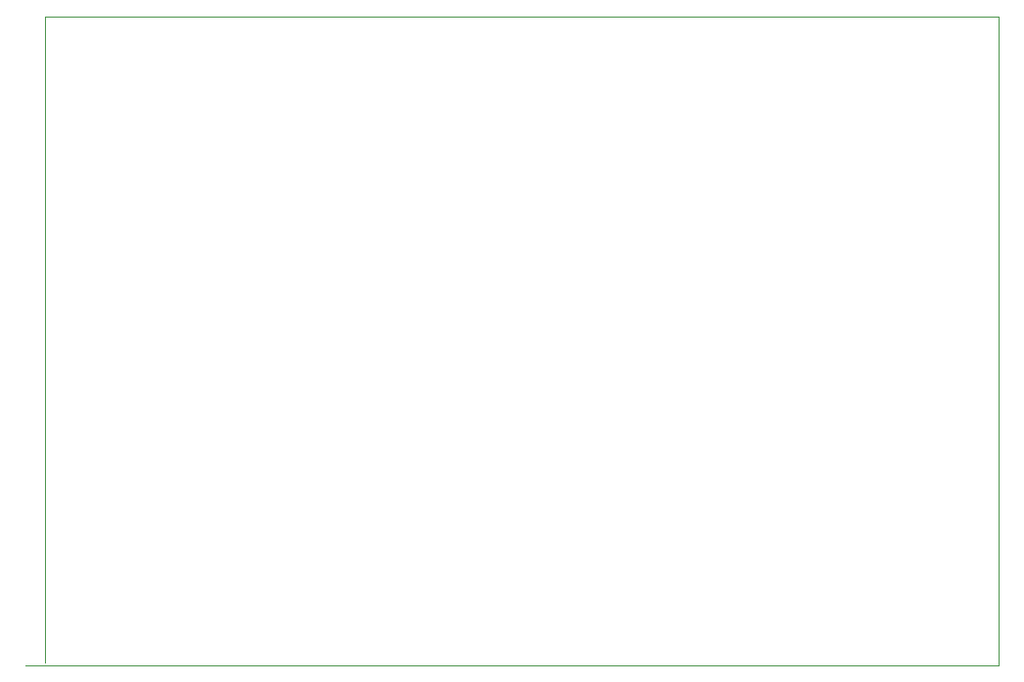
<source format=gbr>
G04 (created by PCBNEW (2013-08-24 BZR 4298)-stable) date Sun 08 Sep 2013 12:24:06 PM PDT*
%MOIN*%
G04 Gerber Fmt 3.4, Leading zero omitted, Abs format*
%FSLAX34Y34*%
G01*
G70*
G90*
G04 APERTURE LIST*
%ADD10C,0.005906*%
%ADD11C,0.003937*%
G04 APERTURE END LIST*
G54D10*
G54D11*
X62914Y-36823D02*
X30422Y-36823D01*
X62942Y-58937D02*
X62942Y-36811D01*
X29748Y-58938D02*
X62938Y-58938D01*
X30430Y-36810D02*
X30430Y-58850D01*
M02*

</source>
